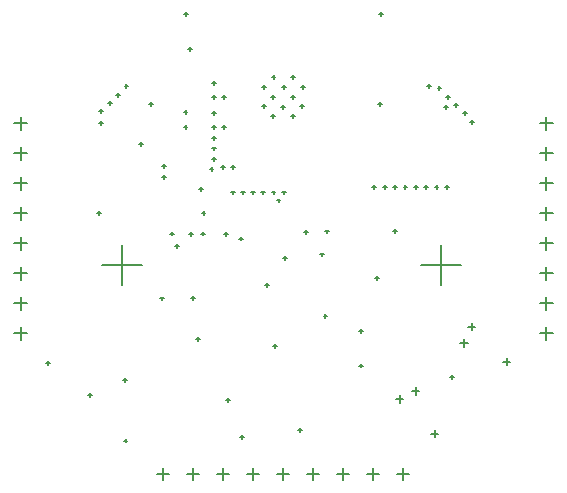
<source format=gbr>
%TF.GenerationSoftware,Altium Limited,Altium Designer,24.10.1 (45)*%
G04 Layer_Color=128*
%FSLAX45Y45*%
%MOMM*%
%TF.SameCoordinates,EEF0193C-C13F-4000-B0C4-A13F86DA6223*%
%TF.FilePolarity,Positive*%
%TF.FileFunction,Drillmap*%
%TF.Part,Single*%
G01*
G75*
%TA.AperFunction,NonConductor*%
%ADD54C,0.12700*%
D54*
X1345497Y325000D02*
X1447503D01*
X1396500Y273997D02*
Y376003D01*
X1599497Y325000D02*
X1701503D01*
X1650500Y273997D02*
Y376003D01*
X1853497Y325000D02*
X1955503D01*
X1904500Y273997D02*
Y376003D01*
X2107497Y325000D02*
X2209503D01*
X2158500Y273997D02*
Y376003D01*
X2361497Y325000D02*
X2463503D01*
X2412500Y273997D02*
Y376003D01*
X2615497Y325000D02*
X2717503D01*
X2666500Y273997D02*
Y376003D01*
X2869497Y325000D02*
X2971503D01*
X2920500Y273997D02*
Y376003D01*
X3123497Y325000D02*
X3225503D01*
X3174500Y273997D02*
Y376003D01*
X3377497Y325000D02*
X3479503D01*
X3428500Y273997D02*
Y376003D01*
X4585000Y3300500D02*
X4695000D01*
X4640000Y3245500D02*
Y3355500D01*
X4585000Y3046500D02*
X4695000D01*
X4640000Y2991500D02*
Y3101500D01*
X4585000Y2792500D02*
X4695000D01*
X4640000Y2737500D02*
Y2847500D01*
X4585000Y2538500D02*
X4695000D01*
X4640000Y2483500D02*
Y2593500D01*
X4585000Y2284500D02*
X4695000D01*
X4640000Y2229500D02*
Y2339500D01*
X4585000Y2030500D02*
X4695000D01*
X4640000Y1975500D02*
Y2085500D01*
X4585000Y1776500D02*
X4695000D01*
X4640000Y1721500D02*
Y1831500D01*
X4585000Y1522500D02*
X4695000D01*
X4640000Y1467500D02*
Y1577500D01*
X3500836Y1029390D02*
X3565834D01*
X3533335Y996890D02*
Y1061889D01*
X3909190Y1437744D02*
X3974188D01*
X3941689Y1405245D02*
Y1470243D01*
X3367866Y964038D02*
X3427861D01*
X3397863Y934041D02*
Y994036D01*
X3978811Y1574983D02*
X4038806D01*
X4008808Y1544986D02*
Y1604981D01*
X4274387Y1279407D02*
X4334382D01*
X4304384Y1249409D02*
Y1309404D01*
X3663442Y668462D02*
X3723437D01*
X3693440Y638465D02*
Y698460D01*
X135000Y1522000D02*
X245000D01*
X190000Y1467000D02*
Y1577000D01*
X135000Y1776000D02*
X245000D01*
X190000Y1721000D02*
Y1831000D01*
X135000Y2030000D02*
X245000D01*
X190000Y1975000D02*
Y2085000D01*
X135000Y2284000D02*
X245000D01*
X190000Y2229000D02*
Y2339000D01*
X135000Y2538000D02*
X245000D01*
X190000Y2483000D02*
Y2593000D01*
X135000Y2792000D02*
X245000D01*
X190000Y2737000D02*
Y2847000D01*
X135000Y3046000D02*
X245000D01*
X190000Y2991000D02*
Y3101000D01*
X135000Y3300000D02*
X245000D01*
X190000Y3245000D02*
Y3355000D01*
X3580000Y2100000D02*
X3920000D01*
X3750000Y1930000D02*
Y2270000D01*
X880000Y2100000D02*
X1220000D01*
X1050000Y1930000D02*
Y2270000D01*
X1453490Y2365000D02*
X1486510D01*
X1470000Y2348490D02*
Y2381510D01*
X835990Y2542500D02*
X869010D01*
X852500Y2525990D02*
Y2559010D01*
X1695990Y2745000D02*
X1729010D01*
X1712500Y2728490D02*
Y2761510D01*
X855990Y3302500D02*
X889010D01*
X872500Y3285990D02*
Y3319010D01*
X2398490Y2712500D02*
X2431510D01*
X2415000Y2695990D02*
Y2729010D01*
X2355990Y2645000D02*
X2389010D01*
X2372500Y2628490D02*
Y2661510D01*
X1805990Y3267500D02*
X1839010D01*
X1822500Y3250990D02*
Y3284010D01*
X3783490Y2757500D02*
X3816510D01*
X3800000Y2740990D02*
Y2774010D01*
X3693490Y2757500D02*
X3726510D01*
X3710000Y2740990D02*
Y2774010D01*
X3773490Y3435000D02*
X3806510D01*
X3790000Y3418490D02*
Y3451510D01*
X3633490Y3617500D02*
X3666510D01*
X3650000Y3600990D02*
Y3634010D01*
X1895990Y3522500D02*
X1929010D01*
X1912500Y3505990D02*
Y3539010D01*
X3165990Y2757500D02*
X3199010D01*
X3182500Y2740990D02*
Y2774010D01*
X1788490Y2912500D02*
X1821510D01*
X1805000Y2895990D02*
Y2929010D01*
X1890990Y3267500D02*
X1924010D01*
X1907500Y3250990D02*
Y3284010D01*
X1805990Y3387500D02*
X1839010D01*
X1822500Y3370990D02*
Y3404010D01*
X1808490Y3520000D02*
X1841510D01*
X1825000Y3503490D02*
Y3536510D01*
X1808490Y3642500D02*
X1841510D01*
X1825000Y3625990D02*
Y3659010D01*
X2585990Y2380000D02*
X2619010D01*
X2602500Y2363490D02*
Y2396510D01*
X2763490Y2382500D02*
X2796510D01*
X2780000Y2365990D02*
Y2399010D01*
X3995990Y3312500D02*
X4029010D01*
X4012500Y3295990D02*
Y3329010D01*
X1908490Y2357500D02*
X1941510D01*
X1925000Y2340990D02*
Y2374010D01*
X1720990Y2542500D02*
X1754010D01*
X1737500Y2525990D02*
Y2559010D01*
X2535990Y700000D02*
X2569010D01*
X2552500Y683490D02*
Y716510D01*
X2048490Y642500D02*
X2081510D01*
X2065000Y625990D02*
Y659010D01*
X2725990Y2187500D02*
X2759010D01*
X2742500Y2170990D02*
Y2204010D01*
X3053490Y1247500D02*
X3086510D01*
X3070000Y1230990D02*
Y1264010D01*
X1930990Y955000D02*
X1964010D01*
X1947500Y938490D02*
Y971510D01*
X3053490Y1540000D02*
X3086510D01*
X3070000Y1523490D02*
Y1556510D01*
X1628490Y1820000D02*
X1661510D01*
X1645000Y1803490D02*
Y1836510D01*
X3188490Y1985000D02*
X3221510D01*
X3205000Y1968490D02*
Y2001510D01*
X2410990Y2155000D02*
X2444010D01*
X2427500Y2138490D02*
Y2171510D01*
X2260990Y1932500D02*
X2294010D01*
X2277500Y1915990D02*
Y1949010D01*
X2323490Y1410000D02*
X2356510D01*
X2340000Y1393490D02*
Y1426510D01*
X3213490Y3460000D02*
X3246510D01*
X3230000Y3443490D02*
Y3476510D01*
X1608490Y3927500D02*
X1641510D01*
X1625000Y3910990D02*
Y3944010D01*
X1055990Y1121079D02*
X1089010D01*
X1072500Y1104569D02*
Y1137589D01*
X1368490Y1815000D02*
X1401510D01*
X1385000Y1798490D02*
Y1831510D01*
X1498490Y2262500D02*
X1531510D01*
X1515000Y2245990D02*
Y2279010D01*
X1713490Y2365000D02*
X1746510D01*
X1730000Y2348490D02*
Y2381510D01*
X2313490Y2712500D02*
X2346510D01*
X2330000Y2695990D02*
Y2729010D01*
X2225990Y2712500D02*
X2259010D01*
X2242500Y2695990D02*
Y2729010D01*
X2140990Y2712500D02*
X2174010D01*
X2157500Y2695990D02*
Y2729010D01*
X2055990Y2712500D02*
X2089010D01*
X2072500Y2695990D02*
Y2729010D01*
X1970990Y2712500D02*
X2004010D01*
X1987500Y2695990D02*
Y2729010D01*
X2038490Y2322500D02*
X2071510D01*
X2055000Y2305990D02*
Y2339010D01*
X1618490Y2360000D02*
X1651510D01*
X1635000Y2343490D02*
Y2376510D01*
X3823490Y1152500D02*
X3856510D01*
X3840000Y1135990D02*
Y1169010D01*
X1675990Y1470000D02*
X1709010D01*
X1692500Y1453490D02*
Y1486510D01*
X2753490Y1667500D02*
X2786510D01*
X2770000Y1650990D02*
Y1684010D01*
X3340990Y2387500D02*
X3374010D01*
X3357500Y2370990D02*
Y2404010D01*
X1385990Y2845000D02*
X1419010D01*
X1402500Y2828490D02*
Y2861510D01*
X1388490Y2940000D02*
X1421510D01*
X1405000Y2923490D02*
Y2956510D01*
X403490Y1269731D02*
X436510D01*
X420000Y1253221D02*
Y1286241D01*
X1060721Y612500D02*
X1093741D01*
X1077231Y595990D02*
Y629010D01*
X763490Y997500D02*
X796510D01*
X780000Y980990D02*
Y1014010D01*
X1193490Y3120000D02*
X1226510D01*
X1210000Y3103490D02*
Y3136510D01*
X1273490Y3465000D02*
X1306510D01*
X1290000Y3448490D02*
Y3481510D01*
X1568490Y3392500D02*
X1601510D01*
X1585000Y3375990D02*
Y3409010D01*
X3932026Y3382500D02*
X3965046D01*
X3948536Y3365990D02*
Y3399010D01*
X3860605Y3452500D02*
X3893625D01*
X3877115Y3435990D02*
Y3469010D01*
X1068490Y3611036D02*
X1101510D01*
X1085000Y3594526D02*
Y3627546D01*
X998490Y3539615D02*
X1031510D01*
X1015000Y3523105D02*
Y3556125D01*
X3789148Y3522500D02*
X3822168D01*
X3805658Y3505990D02*
Y3539010D01*
X3718490Y3595000D02*
X3751510D01*
X3735000Y3578490D02*
Y3611510D01*
X855227Y3400000D02*
X888247D01*
X871737Y3383490D02*
Y3416510D01*
X925990Y3470000D02*
X959010D01*
X942500Y3453490D02*
Y3486510D01*
X3255990Y2757500D02*
X3289010D01*
X3272500Y2740990D02*
Y2774010D01*
X3343490Y2757500D02*
X3376510D01*
X3360000Y2740990D02*
Y2774010D01*
X3605990Y2757500D02*
X3639010D01*
X3622500Y2740990D02*
Y2774010D01*
X3518490Y2757500D02*
X3551510D01*
X3535000Y2740990D02*
Y2774010D01*
X3430990Y2757500D02*
X3464010D01*
X3447500Y2740990D02*
Y2774010D01*
X3220990Y4222500D02*
X3254010D01*
X3237500Y4205990D02*
Y4239010D01*
X1570990Y4222500D02*
X1604010D01*
X1587500Y4205990D02*
Y4239010D01*
X1805990Y2995000D02*
X1839010D01*
X1822500Y2978490D02*
Y3011510D01*
X1805990Y3085000D02*
X1839010D01*
X1822500Y3068490D02*
Y3101510D01*
X1805990Y3175000D02*
X1839010D01*
X1822500Y3158490D02*
Y3191510D01*
X1970990Y2927500D02*
X2004010D01*
X1987500Y2910990D02*
Y2944010D01*
X1885990Y2927500D02*
X1919010D01*
X1902500Y2910990D02*
Y2944010D01*
X1568490Y3267500D02*
X1601510D01*
X1585000Y3250990D02*
Y3284010D01*
X2475990Y3357500D02*
X2509010D01*
X2492500Y3340990D02*
Y3374010D01*
X2475990Y3520000D02*
X2509010D01*
X2492500Y3503490D02*
Y3536510D01*
X2310990Y3522500D02*
X2344010D01*
X2327500Y3505990D02*
Y3539010D01*
X2310990Y3357500D02*
X2344010D01*
X2327500Y3340990D02*
Y3374010D01*
X2230990Y3442500D02*
X2264010D01*
X2247500Y3425990D02*
Y3459010D01*
X2398490Y3605000D02*
X2431510D01*
X2415000Y3588490D02*
Y3621510D01*
X2478490Y3687500D02*
X2511510D01*
X2495000Y3670990D02*
Y3704010D01*
X2313490Y3687500D02*
X2346510D01*
X2330000Y3670990D02*
Y3704010D01*
X2230990Y3607500D02*
X2264010D01*
X2247500Y3590990D02*
Y3624010D01*
X2395990Y3440000D02*
X2429010D01*
X2412500Y3423490D02*
Y3456510D01*
X2560990Y3605000D02*
X2594010D01*
X2577500Y3588490D02*
Y3621510D01*
X2558490Y3442500D02*
X2591510D01*
X2575000Y3425990D02*
Y3459010D01*
%TF.MD5,1b1828b8f135dfcb047d781f3fb73663*%
M02*

</source>
